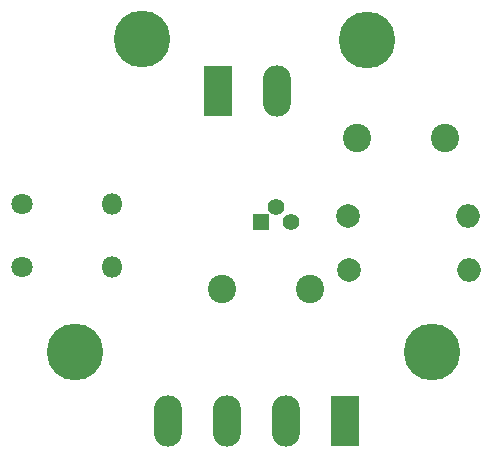
<source format=gts>
G04 #@! TF.FileFunction,Soldermask,Top*
%FSLAX46Y46*%
G04 Gerber Fmt 4.6, Leading zero omitted, Abs format (unit mm)*
G04 Created by KiCad (PCBNEW 4.0.7) date 05/02/18 12:51:34*
%MOMM*%
%LPD*%
G01*
G04 APERTURE LIST*
%ADD10C,0.100000*%
%ADD11R,2.380000X4.360000*%
%ADD12O,2.380000X4.360000*%
%ADD13C,1.400000*%
%ADD14R,1.400000X1.400000*%
%ADD15C,1.800000*%
%ADD16O,1.800000X1.800000*%
%ADD17C,2.000000*%
%ADD18O,2.000000X2.000000*%
%ADD19C,4.800000*%
%ADD20C,2.400000*%
G04 APERTURE END LIST*
D10*
D11*
X113665000Y-154305000D03*
D12*
X108665000Y-154305000D03*
X98665000Y-154305000D03*
X103665000Y-154305000D03*
D13*
X107823000Y-136144000D03*
X109093000Y-137414000D03*
D14*
X106553000Y-137414000D03*
D15*
X86360000Y-141224000D03*
D16*
X93980000Y-141224000D03*
D17*
X114046000Y-141478000D03*
D18*
X124206000Y-141478000D03*
D15*
X86360000Y-135890000D03*
D16*
X93980000Y-135890000D03*
D17*
X113919000Y-136906000D03*
D18*
X124079000Y-136906000D03*
D11*
X102950000Y-126365000D03*
D12*
X107950000Y-126365000D03*
D19*
X121031000Y-148463000D03*
X90805000Y-148463000D03*
X115570000Y-122047000D03*
D20*
X103244000Y-143129000D03*
X110744000Y-143129000D03*
X122181000Y-130302000D03*
X114681000Y-130302000D03*
D19*
X96520000Y-121920000D03*
M02*

</source>
